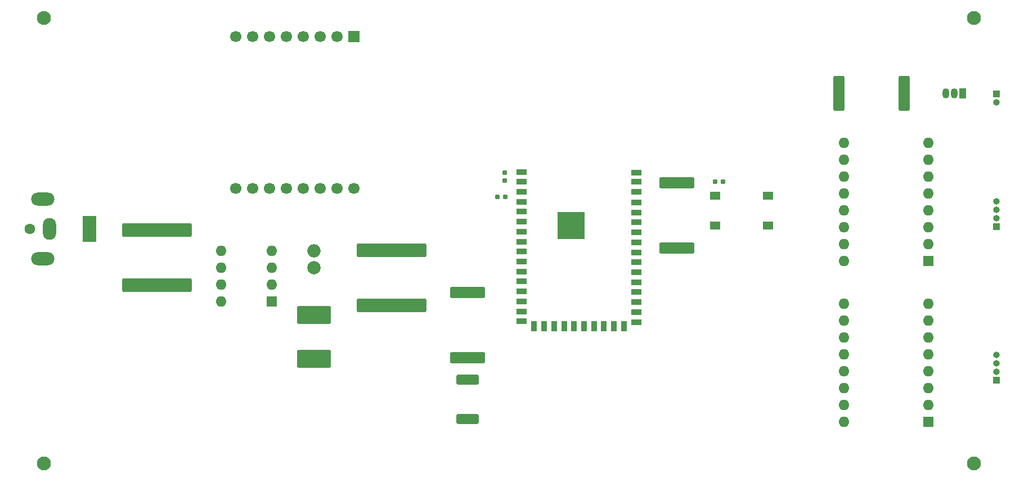
<source format=gbr>
%TF.GenerationSoftware,KiCad,Pcbnew,(6.0.11-0)*%
%TF.CreationDate,2024-05-25T22:05:19+02:00*%
%TF.ProjectId,The Mechanical Turk,54686520-4d65-4636-9861-6e6963616c20,rev?*%
%TF.SameCoordinates,Original*%
%TF.FileFunction,Soldermask,Top*%
%TF.FilePolarity,Negative*%
%FSLAX46Y46*%
G04 Gerber Fmt 4.6, Leading zero omitted, Abs format (unit mm)*
G04 Created by KiCad (PCBNEW (6.0.11-0)) date 2024-05-25 22:05:19*
%MOMM*%
%LPD*%
G01*
G04 APERTURE LIST*
G04 Aperture macros list*
%AMRoundRect*
0 Rectangle with rounded corners*
0 $1 Rounding radius*
0 $2 $3 $4 $5 $6 $7 $8 $9 X,Y pos of 4 corners*
0 Add a 4 corners polygon primitive as box body*
4,1,4,$2,$3,$4,$5,$6,$7,$8,$9,$2,$3,0*
0 Add four circle primitives for the rounded corners*
1,1,$1+$1,$2,$3*
1,1,$1+$1,$4,$5*
1,1,$1+$1,$6,$7*
1,1,$1+$1,$8,$9*
0 Add four rect primitives between the rounded corners*
20,1,$1+$1,$2,$3,$4,$5,0*
20,1,$1+$1,$4,$5,$6,$7,0*
20,1,$1+$1,$6,$7,$8,$9,0*
20,1,$1+$1,$8,$9,$2,$3,0*%
G04 Aperture macros list end*
%ADD10RoundRect,0.155000X-0.212500X-0.155000X0.212500X-0.155000X0.212500X0.155000X-0.212500X0.155000X0*%
%ADD11R,1.000000X1.000000*%
%ADD12O,1.000000X1.000000*%
%ADD13RoundRect,0.250000X-2.400000X0.575000X-2.400000X-0.575000X2.400000X-0.575000X2.400000X0.575000X0*%
%ADD14RoundRect,0.155000X0.212500X0.155000X-0.212500X0.155000X-0.212500X-0.155000X0.212500X-0.155000X0*%
%ADD15R,1.600000X1.600000*%
%ADD16O,1.600000X1.600000*%
%ADD17R,1.050000X1.500000*%
%ADD18O,1.050000X1.500000*%
%ADD19RoundRect,0.250001X-4.974999X0.799999X-4.974999X-0.799999X4.974999X-0.799999X4.974999X0.799999X0*%
%ADD20RoundRect,0.250000X-0.575000X-2.400000X0.575000X-2.400000X0.575000X2.400000X-0.575000X2.400000X0*%
%ADD21C,2.100000*%
%ADD22RoundRect,0.250000X2.400000X-0.575000X2.400000X0.575000X-2.400000X0.575000X-2.400000X-0.575000X0*%
%ADD23R,1.550000X1.300000*%
%ADD24R,1.500000X0.900000*%
%ADD25R,0.900000X1.500000*%
%ADD26R,4.100000X4.100000*%
%ADD27RoundRect,0.249999X1.425001X-0.512501X1.425001X0.512501X-1.425001X0.512501X-1.425001X-0.512501X0*%
%ADD28C,1.600000*%
%ADD29R,2.000000X4.000000*%
%ADD30O,2.000000X3.300000*%
%ADD31O,3.500000X2.000000*%
%ADD32C,2.000000*%
%ADD33O,2.000000X2.000000*%
%ADD34RoundRect,0.155000X0.155000X-0.212500X0.155000X0.212500X-0.155000X0.212500X-0.155000X-0.212500X0*%
%ADD35C,1.700000*%
%ADD36R,1.700000X1.700000*%
%ADD37RoundRect,0.250001X-2.324999X1.074999X-2.324999X-1.074999X2.324999X-1.074999X2.324999X1.074999X0*%
G04 APERTURE END LIST*
D10*
%TO.C,C3*%
X184344500Y-92710000D03*
X185479500Y-92710000D03*
%TD*%
D11*
%TO.C,J2*%
X226622000Y-122550000D03*
D12*
X226622000Y-121280000D03*
X226622000Y-120010000D03*
X226622000Y-118740000D03*
%TD*%
D13*
%TO.C,R4*%
X147066000Y-109400000D03*
X147066000Y-119200000D03*
%TD*%
D11*
%TO.C,J3*%
X226622000Y-99436000D03*
D12*
X226622000Y-98166000D03*
X226622000Y-96896000D03*
X226622000Y-95626000D03*
%TD*%
D14*
%TO.C,C2*%
X152713500Y-94992000D03*
X151578500Y-94992000D03*
%TD*%
D15*
%TO.C,A1*%
X216398000Y-128854000D03*
D16*
X216398000Y-126314000D03*
X216398000Y-123774000D03*
X216398000Y-121234000D03*
X216398000Y-118694000D03*
X216398000Y-116154000D03*
X216398000Y-113614000D03*
X216398000Y-111074000D03*
X203698000Y-111074000D03*
X203698000Y-113614000D03*
X203698000Y-116154000D03*
X203698000Y-118694000D03*
X203698000Y-121234000D03*
X203698000Y-123774000D03*
X203698000Y-126314000D03*
X203698000Y-128854000D03*
%TD*%
D17*
%TO.C,Q1*%
X221542000Y-79370000D03*
D18*
X220272000Y-79370000D03*
X219002000Y-79370000D03*
%TD*%
D15*
%TO.C,U1*%
X117602000Y-110744000D03*
D16*
X117602000Y-108204000D03*
X117602000Y-105664000D03*
X117602000Y-103124000D03*
X109982000Y-103124000D03*
X109982000Y-105664000D03*
X109982000Y-108204000D03*
X109982000Y-110744000D03*
%TD*%
D19*
%TO.C,CIN1*%
X100330000Y-99965000D03*
X100330000Y-108315000D03*
%TD*%
%TO.C,COUT1*%
X135636000Y-103013000D03*
X135636000Y-111363000D03*
%TD*%
D20*
%TO.C,R2*%
X202926000Y-79370000D03*
X212726000Y-79370000D03*
%TD*%
D21*
%TO.C,H4*%
X223266000Y-135128000D03*
%TD*%
D22*
%TO.C,R1*%
X178562000Y-102690000D03*
X178562000Y-92890000D03*
%TD*%
D23*
%TO.C,SW1*%
X192278000Y-99314000D03*
X184328000Y-99314000D03*
X192278000Y-94814000D03*
X184328000Y-94814000D03*
%TD*%
D21*
%TO.C,H1*%
X83312000Y-68072000D03*
%TD*%
D24*
%TO.C,U2*%
X155205000Y-91223000D03*
X155205000Y-92723000D03*
X155205000Y-94223000D03*
X155205000Y-95723000D03*
X155205000Y-97223000D03*
X155205000Y-98723000D03*
X155205000Y-100223000D03*
X155205000Y-101723000D03*
X155205000Y-103223000D03*
X155205000Y-104723000D03*
X155205000Y-106223000D03*
X155205000Y-107723000D03*
X155205000Y-109223000D03*
X155205000Y-110723000D03*
X155205000Y-112223000D03*
X155205000Y-113723000D03*
D25*
X157080000Y-114473000D03*
X158580000Y-114473000D03*
X160080000Y-114473000D03*
X161580000Y-114473000D03*
X163080000Y-114473000D03*
X164580000Y-114473000D03*
X166080000Y-114473000D03*
X167580000Y-114473000D03*
X169080000Y-114473000D03*
X170580000Y-114473000D03*
D24*
X172455000Y-113823000D03*
X172455000Y-112323000D03*
X172455000Y-110823000D03*
X172455000Y-109323000D03*
X172455000Y-107823000D03*
X172455000Y-106323000D03*
X172455000Y-104823000D03*
X172455000Y-103323000D03*
X172455000Y-101823000D03*
X172455000Y-100323000D03*
X172455000Y-98823000D03*
X172455000Y-97323000D03*
X172455000Y-95823000D03*
X172455000Y-94223000D03*
X172455000Y-92723000D03*
X172455000Y-91323000D03*
D26*
X162640000Y-99263000D03*
%TD*%
D27*
%TO.C,D2*%
X147066000Y-128463500D03*
X147066000Y-122488500D03*
%TD*%
D28*
%TO.C,J1*%
X81170000Y-99822000D03*
D29*
X90170000Y-99822000D03*
D30*
X84170000Y-99822000D03*
D31*
X83170000Y-95322000D03*
X83170000Y-104322000D03*
%TD*%
D32*
%TO.C,L1*%
X123952000Y-105672000D03*
D33*
X123952000Y-103132000D03*
%TD*%
D21*
%TO.C,H3*%
X223266000Y-68072000D03*
%TD*%
%TO.C,H2*%
X83312000Y-135128000D03*
%TD*%
D15*
%TO.C,A2*%
X216398000Y-104648000D03*
D16*
X216398000Y-102108000D03*
X216398000Y-99568000D03*
X216398000Y-97028000D03*
X216398000Y-94488000D03*
X216398000Y-91948000D03*
X216398000Y-89408000D03*
X216398000Y-86868000D03*
X203698000Y-86868000D03*
X203698000Y-89408000D03*
X203698000Y-91948000D03*
X203698000Y-94488000D03*
X203698000Y-97028000D03*
X203698000Y-99568000D03*
X203698000Y-102108000D03*
X203698000Y-104648000D03*
%TD*%
D11*
%TO.C,J4*%
X226622000Y-79482000D03*
D12*
X226622000Y-80752000D03*
%TD*%
D34*
%TO.C,C1*%
X152654000Y-92515500D03*
X152654000Y-91380500D03*
%TD*%
D35*
%TO.C,G1*%
X129974000Y-93728500D03*
X127434000Y-93728500D03*
X124894000Y-93728500D03*
X122354000Y-93728500D03*
X119814000Y-93728500D03*
X117274000Y-93728500D03*
X114734000Y-93728500D03*
X112194000Y-93728500D03*
X112194000Y-70868500D03*
X114734000Y-70868500D03*
X117274000Y-70868500D03*
X119814000Y-70868500D03*
X122354000Y-70868500D03*
X124894000Y-70868500D03*
X127434000Y-70868500D03*
D36*
X129974000Y-70868500D03*
%TD*%
D37*
%TO.C,D1*%
X123952000Y-112803000D03*
X123952000Y-119353000D03*
%TD*%
M02*

</source>
